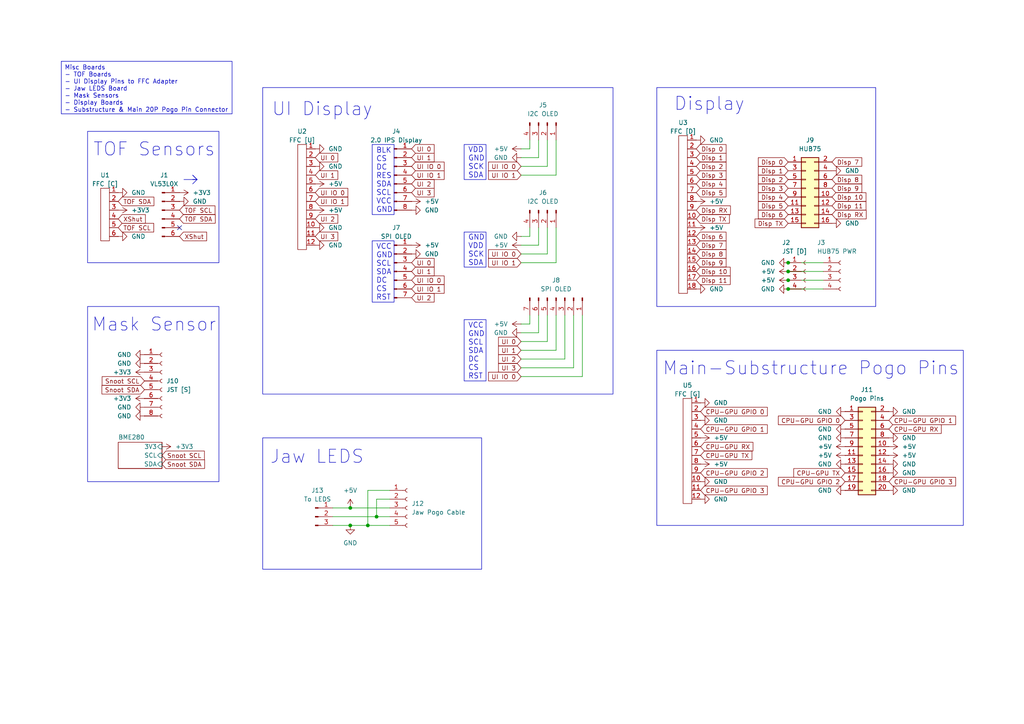
<source format=kicad_sch>
(kicad_sch (version 20231120) (generator "eeschema") (generator_version "8.0")
  (paper "A4")
  (lib_symbols
    (symbol "Connector:Conn_01x03_Pin" (pin_names (offset 1.016) hide)
      (property "Reference" "J" (at 0 5.08 0))
      (property "Value" "Conn_01x03_Pin" (at 0 -5.08 0))
      (symbol "Conn_01x03_Pin_1_1"
        (pin passive line (at 5.08 2.54 180) (length 3.81) (name "Pin_1") (number "1"))
        (pin passive line (at 5.08 0 180) (length 3.81) (name "Pin_2") (number "2"))
        (pin passive line (at 5.08 -2.54 180) (length 3.81) (name "Pin_3") (number "3"))
      )
    )
    (symbol "Connector:Conn_01x04_Pin" (pin_names (offset 1.016) hide)
      (property "Reference" "J" (at 0 5.08 0))
      (property "Value" "Conn_01x04_Pin" (at 0 -7.62 0))
      (symbol "Conn_01x04_Pin_1_1"
        (pin passive line (at 5.08 2.54 180) (length 3.81) (name "Pin_1") (number "1"))
        (pin passive line (at 5.08 0 180) (length 3.81) (name "Pin_2") (number "2"))
        (pin passive line (at 5.08 -2.54 180) (length 3.81) (name "Pin_3") (number "3"))
        (pin passive line (at 5.08 -5.08 180) (length 3.81) (name "Pin_4") (number "4"))
      )
    )
    (symbol "Connector:Conn_01x04_Socket" (pin_names (offset 1.016) hide)
      (property "Reference" "J" (at 0 5.08 0))
      (property "Value" "Conn_01x04_Socket" (at 0 -7.62 0))
      (symbol "Conn_01x04_Socket_1_1"
        (pin passive line (at -5.08 2.54 0) (length 3.81) (name "Pin_1") (number "1"))
        (pin passive line (at -5.08 0 0) (length 3.81) (name "Pin_2") (number "2"))
        (pin passive line (at -5.08 -2.54 0) (length 3.81) (name "Pin_3") (number "3"))
        (pin passive line (at -5.08 -5.08 0) (length 3.81) (name "Pin_4") (number "4"))
      )
    )
    (symbol "Connector:Conn_01x05_Socket" (pin_names (offset 1.016) hide)
      (property "Reference" "J" (at 0 7.62 0))
      (property "Value" "Conn_01x05_Socket" (at 0 -7.62 0))
      (symbol "Conn_01x05_Socket_1_1"
        (pin passive line (at -5.08 5.08 0) (length 3.81) (name "Pin_1") (number "1"))
        (pin passive line (at -5.08 2.54 0) (length 3.81) (name "Pin_2") (number "2"))
        (pin passive line (at -5.08 0 0) (length 3.81) (name "Pin_3") (number "3"))
        (pin passive line (at -5.08 -2.54 0) (length 3.81) (name "Pin_4") (number "4"))
        (pin passive line (at -5.08 -5.08 0) (length 3.81) (name "Pin_5") (number "5"))
      )
    )
    (symbol "Connector:Conn_01x06_Pin" (pin_names (offset 1.016) hide)
      (property "Reference" "J" (at 0 7.62 0))
      (property "Value" "Conn_01x06_Pin" (at 0 -10.16 0))
      (symbol "Conn_01x06_Pin_1_1"
        (pin passive line (at 5.08 5.08 180) (length 3.81) (name "Pin_1") (number "1"))
        (pin passive line (at 5.08 2.54 180) (length 3.81) (name "Pin_2") (number "2"))
        (pin passive line (at 5.08 0 180) (length 3.81) (name "Pin_3") (number "3"))
        (pin passive line (at 5.08 -2.54 180) (length 3.81) (name "Pin_4") (number "4"))
        (pin passive line (at 5.08 -5.08 180) (length 3.81) (name "Pin_5") (number "5"))
        (pin passive line (at 5.08 -7.62 180) (length 3.81) (name "Pin_6") (number "6"))
      )
    )
    (symbol "Connector:Conn_01x07_Pin" (pin_names (offset 1.016) hide)
      (property "Reference" "J" (at 0 10.16 0))
      (property "Value" "Conn_01x07_Pin" (at 0 -10.16 0))
      (symbol "Conn_01x07_Pin_1_1"
        (pin passive line (at 5.08 7.62 180) (length 3.81) (name "Pin_1") (number "1"))
        (pin passive line (at 5.08 5.08 180) (length 3.81) (name "Pin_2") (number "2"))
        (pin passive line (at 5.08 2.54 180) (length 3.81) (name "Pin_3") (number "3"))
        (pin passive line (at 5.08 0 180) (length 3.81) (name "Pin_4") (number "4"))
        (pin passive line (at 5.08 -2.54 180) (length 3.81) (name "Pin_5") (number "5"))
        (pin passive line (at 5.08 -5.08 180) (length 3.81) (name "Pin_6") (number "6"))
        (pin passive line (at 5.08 -7.62 180) (length 3.81) (name "Pin_7") (number "7"))
      )
    )
    (symbol "Connector:Conn_01x08_Pin" (pin_names (offset 1.016) hide)
      (property "Reference" "J" (at 0 10.16 0))
      (property "Value" "Conn_01x08_Pin" (at 0 -12.7 0))
      (symbol "Conn_01x08_Pin_1_1"
        (pin passive line (at 5.08 7.62 180) (length 3.81) (name "Pin_1") (number "1"))
        (pin passive line (at 5.08 5.08 180) (length 3.81) (name "Pin_2") (number "2"))
        (pin passive line (at 5.08 2.54 180) (length 3.81) (name "Pin_3") (number "3"))
        (pin passive line (at 5.08 0 180) (length 3.81) (name "Pin_4") (number "4"))
        (pin passive line (at 5.08 -2.54 180) (length 3.81) (name "Pin_5") (number "5"))
        (pin passive line (at 5.08 -5.08 180) (length 3.81) (name "Pin_6") (number "6"))
        (pin passive line (at 5.08 -7.62 180) (length 3.81) (name "Pin_7") (number "7"))
        (pin passive line (at 5.08 -10.16 180) (length 3.81) (name "Pin_8") (number "8"))
      )
    )
    (symbol "Connector:Conn_01x08_Socket" (pin_names (offset 1.016) hide)
      (property "Reference" "J" (at 0 10.16 0))
      (property "Value" "Conn_01x08_Socket" (at 0 -12.7 0))
      (symbol "Conn_01x08_Socket_1_1"
        (pin passive line (at -5.08 7.62 0) (length 3.81) (name "Pin_1") (number "1"))
        (pin passive line (at -5.08 5.08 0) (length 3.81) (name "Pin_2") (number "2"))
        (pin passive line (at -5.08 2.54 0) (length 3.81) (name "Pin_3") (number "3"))
        (pin passive line (at -5.08 0 0) (length 3.81) (name "Pin_4") (number "4"))
        (pin passive line (at -5.08 -2.54 0) (length 3.81) (name "Pin_5") (number "5"))
        (pin passive line (at -5.08 -5.08 0) (length 3.81) (name "Pin_6") (number "6"))
        (pin passive line (at -5.08 -7.62 0) (length 3.81) (name "Pin_7") (number "7"))
        (pin passive line (at -5.08 -10.16 0) (length 3.81) (name "Pin_8") (number "8"))
      )
    )
    (symbol "Connector_Generic:Conn_02x08_Odd_Even" (pin_names (offset 1.016) hide)
      (property "Reference" "J" (at 1.27 10.16 0))
      (property "Value" "Conn_02x08_Odd_Even" (at 1.27 -12.7 0))
      (symbol "Conn_02x08_Odd_Even_1_1"
        (pin passive line (at -5.08 7.62 0) (length 3.81) (name "Pin_1") (number "1"))
        (pin passive line (at 7.62 -2.54 180) (length 3.81) (name "Pin_10") (number "10"))
        (pin passive line (at -5.08 -5.08 0) (length 3.81) (name "Pin_11") (number "11"))
        (pin passive line (at 7.62 -5.08 180) (length 3.81) (name "Pin_12") (number "12"))
        (pin passive line (at -5.08 -7.62 0) (length 3.81) (name "Pin_13") (number "13"))
        (pin passive line (at 7.62 -7.62 180) (length 3.81) (name "Pin_14") (number "14"))
        (pin passive line (at -5.08 -10.16 0) (length 3.81) (name "Pin_15") (number "15"))
        (pin passive line (at 7.62 -10.16 180) (length 3.81) (name "Pin_16") (number "16"))
        (pin passive line (at 7.62 7.62 180) (length 3.81) (name "Pin_2") (number "2"))
        (pin passive line (at -5.08 5.08 0) (length 3.81) (name "Pin_3") (number "3"))
        (pin passive line (at 7.62 5.08 180) (length 3.81) (name "Pin_4") (number "4"))
        (pin passive line (at -5.08 2.54 0) (length 3.81) (name "Pin_5") (number "5"))
        (pin passive line (at 7.62 2.54 180) (length 3.81) (name "Pin_6") (number "6"))
        (pin passive line (at -5.08 0 0) (length 3.81) (name "Pin_7") (number "7"))
        (pin passive line (at 7.62 0 180) (length 3.81) (name "Pin_8") (number "8"))
        (pin passive line (at -5.08 -2.54 0) (length 3.81) (name "Pin_9") (number "9"))
      )
    )
    (symbol "Connector_Generic:Conn_02x10_Odd_Even" (pin_names (offset 1.016) hide)
      (property "Reference" "J" (at 1.27 12.7 0))
      (property "Value" "Conn_02x10_Odd_Even" (at 1.27 -15.24 0))
      (symbol "Conn_02x10_Odd_Even_1_1"
        (pin passive line (at -5.08 10.16 0) (length 3.81) (name "Pin_1") (number "1"))
        (pin passive line (at 7.62 0 180) (length 3.81) (name "Pin_10") (number "10"))
        (pin passive line (at -5.08 -2.54 0) (length 3.81) (name "Pin_11") (number "11"))
        (pin passive line (at 7.62 -2.54 180) (length 3.81) (name "Pin_12") (number "12"))
        (pin passive line (at -5.08 -5.08 0) (length 3.81) (name "Pin_13") (number "13"))
        (pin passive line (at 7.62 -5.08 180) (length 3.81) (name "Pin_14") (number "14"))
        (pin passive line (at -5.08 -7.62 0) (length 3.81) (name "Pin_15") (number "15"))
        (pin passive line (at 7.62 -7.62 180) (length 3.81) (name "Pin_16") (number "16"))
        (pin passive line (at -5.08 -10.16 0) (length 3.81) (name "Pin_17") (number "17"))
        (pin passive line (at 7.62 -10.16 180) (length 3.81) (name "Pin_18") (number "18"))
        (pin passive line (at -5.08 -12.7 0) (length 3.81) (name "Pin_19") (number "19"))
        (pin passive line (at 7.62 10.16 180) (length 3.81) (name "Pin_2") (number "2"))
        (pin passive line (at 7.62 -12.7 180) (length 3.81) (name "Pin_20") (number "20"))
        (pin passive line (at -5.08 7.62 0) (length 3.81) (name "Pin_3") (number "3"))
        (pin passive line (at 7.62 7.62 180) (length 3.81) (name "Pin_4") (number "4"))
        (pin passive line (at -5.08 5.08 0) (length 3.81) (name "Pin_5") (number "5"))
        (pin passive line (at 7.62 5.08 180) (length 3.81) (name "Pin_6") (number "6"))
        (pin passive line (at -5.08 2.54 0) (length 3.81) (name "Pin_7") (number "7"))
        (pin passive line (at 7.62 2.54 180) (length 3.81) (name "Pin_8") (number "8"))
        (pin passive line (at -5.08 0 0) (length 3.81) (name "Pin_9") (number "9"))
      )
    )
    (symbol "FCC_Connector:FFC_12P"
      (property "Reference" "U" (at 0 16.764 0))
      (symbol "FFC_12P_1_1"
        (pin input line (at 3.81 13.97 180) (length 2.54) (name "") (number "1"))
        (pin input line (at 3.81 -8.89 180) (length 2.54) (name "") (number "10"))
        (pin input line (at 3.81 -11.43 180) (length 2.54) (name "") (number "11"))
        (pin input line (at 3.81 -13.97 180) (length 2.54) (name "") (number "12"))
        (pin input line (at 3.81 11.43 180) (length 2.54) (name "") (number "2"))
        (pin input line (at 3.81 8.89 180) (length 2.54) (name "") (number "3"))
        (pin input line (at 3.81 6.35 180) (length 2.54) (name "") (number "4"))
        (pin input line (at 3.81 3.81 180) (length 2.54) (name "") (number "5"))
        (pin input line (at 3.81 1.27 180) (length 2.54) (name "") (number "6"))
        (pin input line (at 3.81 -1.27 180) (length 2.54) (name "") (number "7"))
        (pin input line (at 3.81 -3.81 180) (length 2.54) (name "") (number "8"))
        (pin input line (at 3.81 -6.35 180) (length 2.54) (name "") (number "9"))
      )
    )
    (symbol "FCC_Connector:FFC_18P"
      (property "Reference" "U" (at 0 24.384 0))
      (symbol "FFC_18P_1_1"
        (pin input line (at 3.81 21.59 180) (length 2.54) (name "") (number "1"))
        (pin input line (at 3.81 -1.27 180) (length 2.54) (name "") (number "10"))
        (pin input line (at 3.81 -3.81 180) (length 2.54) (name "") (number "11"))
        (pin input line (at 3.81 -6.35 180) (length 2.54) (name "") (number "12"))
        (pin input line (at 3.81 -8.89 180) (length 2.54) (name "") (number "13"))
        (pin input line (at 3.81 -11.43 180) (length 2.54) (name "") (number "14"))
        (pin input line (at 3.81 -13.97 180) (length 2.54) (name "") (number "15"))
        (pin input line (at 3.81 -16.51 180) (length 2.54) (name "") (number "16"))
        (pin input line (at 3.81 -19.05 180) (length 2.54) (name "") (number "17"))
        (pin input line (at 3.81 -21.59 180) (length 2.54) (name "") (number "18"))
        (pin input line (at 3.81 19.05 180) (length 2.54) (name "") (number "2"))
        (pin input line (at 3.81 16.51 180) (length 2.54) (name "") (number "3"))
        (pin input line (at 3.81 13.97 180) (length 2.54) (name "") (number "4"))
        (pin input line (at 3.81 11.43 180) (length 2.54) (name "") (number "5"))
        (pin input line (at 3.81 8.89 180) (length 2.54) (name "") (number "6"))
        (pin input line (at 3.81 6.35 180) (length 2.54) (name "") (number "7"))
        (pin input line (at 3.81 3.81 180) (length 2.54) (name "") (number "8"))
        (pin input line (at 3.81 1.27 180) (length 2.54) (name "") (number "9"))
      )
    )
    (symbol "FCC_Connector:FFC_6P"
      (property "Reference" "U" (at 0 9.398 0))
      (symbol "FFC_6P_1_1"
        (pin input line (at 3.81 6.35 180) (length 2.54) (name "") (number "1"))
        (pin input line (at 3.81 3.81 180) (length 2.54) (name "") (number "2"))
        (pin input line (at 3.81 1.27 180) (length 2.54) (name "") (number "3"))
        (pin input line (at 3.81 -1.27 180) (length 2.54) (name "") (number "4"))
        (pin input line (at 3.81 -3.81 180) (length 2.54) (name "") (number "5"))
        (pin input line (at 3.81 -6.35 180) (length 2.54) (name "") (number "6"))
      )
    )
    (symbol "power:+3V3" (power) (pin_numbers hide) (pin_names (offset 0) hide)
      (property "Value" "+3V3" (at 0 3.556 0))
      (symbol "+3V3_1_1"
        (pin power_in line (at 0 0 90) (length 0) (name "~") (number "1"))
      )
    )
    (symbol "power:+5V" (power) (pin_numbers hide) (pin_names (offset 0) hide)
      (property "Value" "+5V" (at 0 3.556 0))
      (symbol "+5V_1_1"
        (pin power_in line (at 0 0 90) (length 0) (name "~") (number "1"))
      )
    )
    (symbol "power:GND" (power) (pin_numbers hide) (pin_names (offset 0) hide)
      (property "Value" "GND" (at 0 -3.81 0))
      (symbol "GND_1_1"
        (pin power_in line (at 0 0 270) (length 0) (name "~") (number "1"))
      )
    )
  )
  (junction (at 228.6 78.74))
  (junction (at 101.6 147.32))
  (junction (at 228.6 76.2))
  (junction (at 101.6 152.4))
  (junction (at 106.68 152.4))
  (junction (at 228.6 81.28))
  (junction (at 109.22 149.86))
  (junction (at 228.6 83.82))
  (no_connect (at 52.07 66.04))
  (wire (pts (xy 151.13 73.66) (xy 158.75 73.66)))
  (wire (pts (xy 101.6 152.4) (xy 106.68 152.4)))
  (wire (pts (xy 161.29 76.2) (xy 161.29 66.04)))
  (wire (pts (xy 151.13 109.22) (xy 168.91 109.22)))
  (wire (pts (xy 153.67 43.18) (xy 153.67 40.64)))
  (wire (pts (xy 101.6 147.32) (xy 113.03 147.32)))
  (wire (pts (xy 151.13 101.6) (xy 161.29 101.6)))
  (wire (pts (xy 151.13 68.58) (xy 153.67 68.58)))
  (wire (pts (xy 156.21 71.12) (xy 156.21 66.04)))
  (wire (pts (xy 158.75 99.06) (xy 158.75 91.44)))
  (wire (pts (xy 151.13 50.8) (xy 161.29 50.8)))
  (wire (pts (xy 151.13 96.52) (xy 156.21 96.52)))
  (wire (pts (xy 156.21 45.72) (xy 156.21 40.64)))
  (wire (pts (xy 96.52 149.86) (xy 109.22 149.86)))
  (wire (pts (xy 151.13 76.2) (xy 161.29 76.2)))
  (wire (pts (xy 151.13 48.26) (xy 158.75 48.26)))
  (wire (pts (xy 113.03 142.24) (xy 106.68 142.24)))
  (wire (pts (xy 228.6 83.82) (xy 238.76 83.82)))
  (wire (pts (xy 109.22 149.86) (xy 113.03 149.86)))
  (wire (pts (xy 106.68 142.24) (xy 106.68 152.4)))
  (wire (pts (xy 161.29 101.6) (xy 161.29 91.44)))
  (wire (pts (xy 156.21 96.52) (xy 156.21 91.44)))
  (wire (pts (xy 158.75 73.66) (xy 158.75 66.04)))
  (wire (pts (xy 153.67 93.98) (xy 151.13 93.98)))
  (wire (pts (xy 163.83 104.14) (xy 163.83 91.44)))
  (wire (pts (xy 151.13 99.06) (xy 158.75 99.06)))
  (wire (pts (xy 96.52 147.32) (xy 101.6 147.32)))
  (wire (pts (xy 109.22 144.78) (xy 109.22 149.86)))
  (wire (pts (xy 96.52 152.4) (xy 101.6 152.4)))
  (wire (pts (xy 228.6 76.2) (xy 238.76 76.2)))
  (wire (pts (xy 158.75 48.26) (xy 158.75 40.64)))
  (polyline (pts (xy 55.88 52.07) (xy 57.15 52.07)))
  (wire (pts (xy 151.13 71.12) (xy 156.21 71.12)))
  (wire (pts (xy 113.03 144.78) (xy 109.22 144.78)))
  (wire (pts (xy 151.13 43.18) (xy 153.67 43.18)))
  (wire (pts (xy 151.13 106.68) (xy 166.37 106.68)))
  (wire (pts (xy 153.67 68.58) (xy 153.67 66.04)))
  (polyline (pts (xy 55.88 50.8) (xy 57.15 52.07)))
  (polyline (pts (xy 55.88 50.8) (xy 57.15 52.07)))
  (wire (pts (xy 106.68 152.4) (xy 113.03 152.4)))
  (wire (pts (xy 228.6 78.74) (xy 238.76 78.74)))
  (wire (pts (xy 151.13 104.14) (xy 163.83 104.14)))
  (wire (pts (xy 151.13 45.72) (xy 156.21 45.72)))
  (wire (pts (xy 166.37 106.68) (xy 166.37 91.44)))
  (wire (pts (xy 168.91 109.22) (xy 168.91 91.44)))
  (wire (pts (xy 228.6 81.28) (xy 238.76 81.28)))
  (wire (pts (xy 161.29 50.8) (xy 161.29 40.64)))
  (polyline (pts (xy 53.34 52.07) (xy 57.15 52.07)))
  (polyline (pts (xy 55.88 53.34) (xy 57.15 52.07)))
  (wire (pts (xy 153.67 91.44) (xy 153.67 93.98)))
  (rectangle (start 76.2 127) (end 139.7 165.1))
  (rectangle (start 76.2 25.4) (end 177.8 114.3))
  (rectangle (start 25.4 38.1) (end 63.5 76.2))
  (rectangle (start 190.5 25.4) (end 254 88.9))
  (rectangle (start 25.4 88.9) (end 63.5 139.7))
  (rectangle (start 190.5 101.6) (end 279.4 152.4))
  (text_box "VDD\nGND\nSCK\nSDA" (at 134.62 41.91 0) (size 6.35 10.16) (effects (font (size 1.524 1.524)) (justify left)))
  (text_box "VCC\nGND\nSCL\nSDA\nDC\nCS\nRST" (at 134.62 92.71 0) (size 6.35 17.78) (effects (font (size 1.524 1.524)) (justify left)))
  (text_box "VCC\nGND\nSCL\nSDA\nDC\nCS\nRST" (at 107.95 69.85 0) (size 6.35 17.78) (effects (font (size 1.524 1.524)) (justify left)))
  (text_box "BLK\nCS\nDC\nRES\nSDA\nSCL\nVCC\nGND" (at 107.95 41.91 0) (size 6.35 20.32) (effects (font (size 1.524 1.524)) (justify left)))
  (text_box "GND\nVDD\nSCK\nSDA" (at 134.62 67.31 0) (size 6.35 10.16) (effects (font (size 1.524 1.524)) (justify left)))
  (text_box "Misc Boards\n- TOF Boards\n- UI Display Pins to FFC Adapter\n- Jaw LEDS Board\n- Mask Sensors\n- Display Boards\n- Substructure & Main 20P Pogo Pin Connector" (at 17.78 17.78 0) (size 49.53 15.24) (effects (font (size 1.27 1.27)) (justify left top)))
  (text "Display" (at 205.74 30.226 0) (effects (font (size 3.81 3.81))))
  (text "Main-Substructure Pogo Pins" (at 235.204 106.934 0) (effects (font (size 3.81 3.81))))
  (text "UI Display" (at 93.472 31.75 0) (effects (font (size 3.81 3.81))))
  (text "TOF Sensors" (at 44.704 43.434 0) (effects (font (size 3.81 3.81))))
  (text "Mask Sensor" (at 44.704 94.234 0) (effects (font (size 3.81 3.81))))
  (text "Jaw LEDS" (at 91.948 132.588 0) (effects (font (size 3.81 3.81))))
  (global_label "Snoot SCL" (shape input) (at 46.99 132.08 0) (property "Intersheetrefs" "${INTERSHEET_REFS}" (effects (hide yes))))
  (global_label "Disp 10" (shape input) (at 201.93 78.74 0) (property "Intersheetrefs" "${INTERSHEET_REFS}" (effects (hide yes))))
  (global_label "Disp 1" (shape input) (at 228.6 49.53 180) (property "Intersheetrefs" "${INTERSHEET_REFS}" (effects (hide yes))))
  (global_label "UI IO 0" (shape input) (at 151.13 73.66 180) (property "Intersheetrefs" "${INTERSHEET_REFS}" (effects (hide yes))))
  (global_label "UI 1" (shape input) (at 91.44 50.8 0) (property "Intersheetrefs" "${INTERSHEET_REFS}" (effects (hide yes))))
  (global_label "Disp 10" (shape input) (at 241.3 57.15 0) (property "Intersheetrefs" "${INTERSHEET_REFS}" (effects (hide yes))))
  (global_label "Disp 3" (shape input) (at 228.6 54.61 180) (property "Intersheetrefs" "${INTERSHEET_REFS}" (effects (hide yes))))
  (global_label "Disp 5" (shape input) (at 201.93 55.88 0) (property "Intersheetrefs" "${INTERSHEET_REFS}" (effects (hide yes))))
  (global_label "CPU-GPU GPIO 2" (shape input) (at 245.11 139.7 180) (property "Intersheetrefs" "${INTERSHEET_REFS}" (effects (hide yes))))
  (global_label "UI 2" (shape input) (at 91.44 63.5 0) (property "Intersheetrefs" "${INTERSHEET_REFS}" (effects (hide yes))))
  (global_label "XShut" (shape input) (at 34.29 63.5 0) (property "Intersheetrefs" "${INTERSHEET_REFS}" (effects (hide yes))))
  (global_label "Snoot SDA" (shape input) (at 41.91 113.03 180) (property "Intersheetrefs" "${INTERSHEET_REFS}" (effects (hide yes))))
  (global_label "Disp 4" (shape input) (at 228.6 57.15 180) (property "Intersheetrefs" "${INTERSHEET_REFS}" (effects (hide yes))))
  (global_label "UI IO 0" (shape input) (at 151.13 48.26 180) (property "Intersheetrefs" "${INTERSHEET_REFS}" (effects (hide yes))))
  (global_label "Disp 1" (shape input) (at 201.93 45.72 0) (property "Intersheetrefs" "${INTERSHEET_REFS}" (effects (hide yes))))
  (global_label "Disp 0" (shape input) (at 228.6 46.99 180) (property "Intersheetrefs" "${INTERSHEET_REFS}" (effects (hide yes))))
  (global_label "CPU-GPU GPIO 0" (shape input) (at 203.2 119.38 0) (property "Intersheetrefs" "${INTERSHEET_REFS}" (effects (hide yes))))
  (global_label "UI IO 0" (shape input) (at 119.38 81.28 0) (property "Intersheetrefs" "${INTERSHEET_REFS}" (effects (hide yes))))
  (global_label "CPU-GPU TX" (shape input) (at 245.11 137.16 180) (property "Intersheetrefs" "${INTERSHEET_REFS}" (effects (hide yes))))
  (global_label "XShut" (shape input) (at 52.07 68.58 0) (property "Intersheetrefs" "${INTERSHEET_REFS}" (effects (hide yes))))
  (global_label "Disp 5" (shape input) (at 228.6 59.69 180) (property "Intersheetrefs" "${INTERSHEET_REFS}" (effects (hide yes))))
  (global_label "UI IO 1" (shape input) (at 119.38 50.8 0) (property "Intersheetrefs" "${INTERSHEET_REFS}" (effects (hide yes))))
  (global_label "UI 3" (shape input) (at 119.38 55.88 0) (property "Intersheetrefs" "${INTERSHEET_REFS}" (effects (hide yes))))
  (global_label "UI 1" (shape input) (at 119.38 45.72 0) (property "Intersheetrefs" "${INTERSHEET_REFS}" (effects (hide yes))))
  (global_label "UI 3" (shape input) (at 151.13 106.68 180) (property "Intersheetrefs" "${INTERSHEET_REFS}" (effects (hide yes))))
  (global_label "Disp 11" (shape input) (at 241.3 59.69 0) (property "Intersheetrefs" "${INTERSHEET_REFS}" (effects (hide yes))))
  (global_label "Disp 6" (shape input) (at 228.6 62.23 180) (property "Intersheetrefs" "${INTERSHEET_REFS}" (effects (hide yes))))
  (global_label "UI 0" (shape input) (at 151.13 99.06 180) (property "Intersheetrefs" "${INTERSHEET_REFS}" (effects (hide yes))))
  (global_label "UI 1" (shape input) (at 119.38 78.74 0) (property "Intersheetrefs" "${INTERSHEET_REFS}" (effects (hide yes))))
  (global_label "Snoot SCL" (shape input) (at 41.91 110.49 180) (property "Intersheetrefs" "${INTERSHEET_REFS}" (effects (hide yes))))
  (global_label "CPU-GPU GPIO 0" (shape input) (at 245.11 121.92 180) (property "Intersheetrefs" "${INTERSHEET_REFS}" (effects (hide yes))))
  (global_label "CPU-GPU GPIO 1" (shape input) (at 203.2 124.46 0) (property "Intersheetrefs" "${INTERSHEET_REFS}" (effects (hide yes))))
  (global_label "Disp 7" (shape input) (at 201.93 71.12 0) (property "Intersheetrefs" "${INTERSHEET_REFS}" (effects (hide yes))))
  (global_label "Disp 11" (shape input) (at 201.93 81.28 0) (property "Intersheetrefs" "${INTERSHEET_REFS}" (effects (hide yes))))
  (global_label "CPU-GPU TX" (shape input) (at 203.2 132.08 0) (property "Intersheetrefs" "${INTERSHEET_REFS}" (effects (hide yes))))
  (global_label "UI 2" (shape input) (at 119.38 53.34 0) (property "Intersheetrefs" "${INTERSHEET_REFS}" (effects (hide yes))))
  (global_label "UI 2" (shape input) (at 119.38 86.36 0) (property "Intersheetrefs" "${INTERSHEET_REFS}" (effects (hide yes))))
  (global_label "CPU-GPU GPIO 1" (shape input) (at 257.81 121.92 0) (property "Intersheetrefs" "${INTERSHEET_REFS}" (effects (hide yes))))
  (global_label "Snoot SDA" (shape input) (at 46.99 134.62 0) (property "Intersheetrefs" "${INTERSHEET_REFS}" (effects (hide yes))))
  (global_label "Disp 9" (shape input) (at 241.3 54.61 0) (property "Intersheetrefs" "${INTERSHEET_REFS}" (effects (hide yes))))
  (global_label "UI IO 0" (shape input) (at 91.44 55.88 0) (property "Intersheetrefs" "${INTERSHEET_REFS}" (effects (hide yes))))
  (global_label "CPU-GPU GPIO 3" (shape input) (at 203.2 142.24 0) (property "Intersheetrefs" "${INTERSHEET_REFS}" (effects (hide yes))))
  (global_label "UI 2" (shape input) (at 151.13 104.14 180) (property "Intersheetrefs" "${INTERSHEET_REFS}" (effects (hide yes))))
  (global_label "Disp 0" (shape input) (at 201.93 43.18 0) (property "Intersheetrefs" "${INTERSHEET_REFS}" (effects (hide yes))))
  (global_label "TOF SDA" (shape input) (at 34.29 58.42 0) (property "Intersheetrefs" "${INTERSHEET_REFS}" (effects (hide yes))))
  (global_label "UI IO 1" (shape input) (at 119.38 83.82 0) (property "Intersheetrefs" "${INTERSHEET_REFS}" (effects (hide yes))))
  (global_label "Disp 6" (shape input) (at 201.93 68.58 0) (property "Intersheetrefs" "${INTERSHEET_REFS}" (effects (hide yes))))
  (global_label "Disp 2" (shape input) (at 228.6 52.07 180) (property "Intersheetrefs" "${INTERSHEET_REFS}" (effects (hide yes))))
  (global_label "UI IO 1" (shape input) (at 151.13 76.2 180) (property "Intersheetrefs" "${INTERSHEET_REFS}" (effects (hide yes))))
  (global_label "UI IO 0" (shape input) (at 151.13 109.22 180) (property "Intersheetrefs" "${INTERSHEET_REFS}" (effects (hide yes))))
  (global_label "Disp TX" (shape input) (at 201.93 63.5 0) (property "Intersheetrefs" "${INTERSHEET_REFS}" (effects (hide yes))))
  (global_label "TOF SDA" (shape input) (at 52.07 63.5 0) (property "Intersheetrefs" "${INTERSHEET_REFS}" (effects (hide yes))))
  (global_label "CPU-GPU GPIO 2" (shape input) (at 203.2 137.16 0) (property "Intersheetrefs" "${INTERSHEET_REFS}" (effects (hide yes))))
  (global_label "Disp 7" (shape input) (at 241.3 46.99 0) (property "Intersheetrefs" "${INTERSHEET_REFS}" (effects (hide yes))))
  (global_label "UI 0" (shape input) (at 119.38 76.2 0) (property "Intersheetrefs" "${INTERSHEET_REFS}" (effects (hide yes))))
  (global_label "Disp 8" (shape input) (at 241.3 52.07 0) (property "Intersheetrefs" "${INTERSHEET_REFS}" (effects (hide yes))))
  (global_label "UI 0" (shape input) (at 119.38 43.18 0) (property "Intersheetrefs" "${INTERSHEET_REFS}" (effects (hide yes))))
  (global_label "Disp RX" (shape input) (at 241.3 62.23 0) (property "Intersheetrefs" "${INTERSHEET_REFS}" (effects (hide yes))))
  (global_label "CPU-GPU RX" (shape input) (at 203.2 129.54 0) (property "Intersheetrefs" "${INTERSHEET_REFS}" (effects (hide yes))))
  (global_label "TOF SCL" (shape input) (at 34.29 66.04 0) (property "Intersheetrefs" "${INTERSHEET_REFS}" (effects (hide yes))))
  (global_label "Disp TX" (shape input) (at 228.6 64.77 180) (property "Intersheetrefs" "${INTERSHEET_REFS}" (effects (hide yes))))
  (global_label "UI IO 1" (shape input) (at 151.13 50.8 180) (property "Intersheetrefs" "${INTERSHEET_REFS}" (effects (hide yes))))
  (global_label "Disp 8" (shape input) (at 201.93 73.66 0) (property "Intersheetrefs" "${INTERSHEET_REFS}" (effects (hide yes))))
  (global_label "Disp 4" (shape input) (at 201.93 53.34 0) (property "Intersheetrefs" "${INTERSHEET_REFS}" (effects (hide yes))))
  (global_label "UI 1" (shape input) (at 151.13 101.6 180) (property "Intersheetrefs" "${INTERSHEET_REFS}" (effects (hide yes))))
  (global_label "Disp 9" (shape input) (at 201.93 76.2 0) (property "Intersheetrefs" "${INTERSHEET_REFS}" (effects (hide yes))))
  (global_label "CPU-GPU RX" (shape input) (at 257.81 124.46 0) (property "Intersheetrefs" "${INTERSHEET_REFS}" (effects (hide yes))))
  (global_label "Disp RX" (shape input) (at 201.93 60.96 0) (property "Intersheetrefs" "${INTERSHEET_REFS}" (effects (hide yes))))
  (global_label "UI IO 1" (shape input) (at 91.44 58.42 0) (property "Intersheetrefs" "${INTERSHEET_REFS}" (effects (hide yes))))
  (global_label "Disp 2" (shape input) (at 201.93 48.26 0) (property "Intersheetrefs" "${INTERSHEET_REFS}" (effects (hide yes))))
  (global_label "UI IO 0" (shape input) (at 119.38 48.26 0) (property "Intersheetrefs" "${INTERSHEET_REFS}" (effects (hide yes))))
  (global_label "Disp 3" (shape input) (at 201.93 50.8 0) (property "Intersheetrefs" "${INTERSHEET_REFS}" (effects (hide yes))))
  (global_label "CPU-GPU GPIO 3" (shape input) (at 257.81 139.7 0) (property "Intersheetrefs" "${INTERSHEET_REFS}" (effects (hide yes))))
  (global_label "TOF SCL" (shape input) (at 52.07 60.96 0) (property "Intersheetrefs" "${INTERSHEET_REFS}" (effects (hide yes))))
  (global_label "UI 0" (shape input) (at 91.44 45.72 0) (property "Intersheetrefs" "${INTERSHEET_REFS}" (effects (hide yes))))
  (global_label "UI 3" (shape input) (at 91.44 68.58 0) (property "Intersheetrefs" "${INTERSHEET_REFS}" (effects (hide yes))))
  (symbol (lib_id "power:GND") (at 34.29 55.88 90) (unit 1)
    (property "Reference" "#PWR01" (effects (hide yes)))
    (property "Value" "GND" (at 38.1 55.8799 90) (effects (justify right)))
    (property "Description" "Power symbol creates a global label with name \"GND\" , ground" (effects (hide yes)))
  )
  (symbol (lib_id "power:GND") (at 41.91 120.65 270) (unit 1)
    (property "Reference" "#PWR037" (effects (hide yes)))
    (property "Value" "GND" (at 38.1 120.6499 90) (effects (justify right)))
    (property "Description" "Power symbol creates a global label with name \"GND\" , ground" (effects (hide yes)))
  )
  (symbol (lib_id "power:+3V3") (at 41.91 107.95 90) (unit 1)
    (property "Reference" "#PWR034" (effects (hide yes)))
    (property "Value" "+3V3" (at 38.1 107.9499 90) (effects (justify left)))
    (property "Description" "Power symbol creates a global label with name \"+3V3\"" (effects (hide yes)))
  )
  (symbol (lib_id "power:GND") (at 91.44 43.18 90) (unit 1)
    (property "Reference" "#PWR06" (effects (hide yes)))
    (property "Value" "GND" (at 95.25 43.1799 90) (effects (justify right)))
    (property "Description" "Power symbol creates a global label with name \"GND\" , ground" (effects (hide yes)))
  )
  (symbol (lib_id "power:GND") (at 241.3 49.53 90) (unit 1)
    (property "Reference" "#PWR030" (effects (hide yes)))
    (property "Value" "GND" (at 245.11 49.5299 90) (effects (justify right)))
    (property "Description" "Power symbol creates a global label with name \"GND\" , ground" (effects (hide yes)))
  )
  (symbol (lib_id "power:GND") (at 228.6 83.82 270) (unit 1)
    (property "Reference" "#PWR015" (effects (hide yes)))
    (property "Value" "GND" (at 224.79 83.8199 90) (effects (justify right)))
    (property "Description" "Power symbol creates a global label with name \"GND\" , ground" (effects (hide yes)))
  )
  (symbol (lib_id "power:+5V") (at 203.2 127 270) (unit 1)
    (property "Reference" "#PWR060" (effects (hide yes)))
    (property "Value" "+5V" (at 207.01 126.9999 90) (effects (justify left)))
    (property "Description" "Power symbol creates a global label with name \"+5V\"" (effects (hide yes)))
  )
  (symbol (lib_id "power:GND") (at 245.11 124.46 270) (unit 1)
    (property "Reference" "#PWR053" (effects (hide yes)))
    (property "Value" "GND" (at 241.3 124.4599 90) (effects (justify right)))
    (property "Description" "Power symbol creates a global label with name \"GND\" , ground" (effects (hide yes)))
  )
  (symbol (lib_id "power:GND") (at 257.81 142.24 90) (unit 1)
    (property "Reference" "#PWR049" (effects (hide yes)))
    (property "Value" "GND" (at 261.62 142.2399 90) (effects (justify right)))
    (property "Description" "Power symbol creates a global label with name \"GND\" , ground" (effects (hide yes)))
  )
  (symbol (lib_id "power:+5V") (at 228.6 78.74 90) (unit 1)
    (property "Reference" "#PWR013" (effects (hide yes)))
    (property "Value" "+5V" (at 224.79 78.7399 90) (effects (justify left)))
    (property "Description" "Power symbol creates a global label with name \"+5V\"" (effects (hide yes)))
  )
  (symbol (lib_id "Connector:Conn_01x04_Pin") (at 158.75 35.56 270) (unit 1)
    (property "Reference" "J5" (at 157.48 30.48 90))
    (property "Value" "I2C OLED" (at 157.48 33.02 90))
    (property "Description" "Generic connector, single row, 01x04, script generated" (effects (hide yes)))
  )
  (symbol (lib_id "power:GND") (at 241.3 64.77 90) (unit 1)
    (property "Reference" "#PWR031" (effects (hide yes)))
    (property "Value" "GND" (at 245.11 64.7699 90) (effects (justify right)))
    (property "Description" "Power symbol creates a global label with name \"GND\" , ground" (effects (hide yes)))
  )
  (symbol (lib_id "power:+5V") (at 151.13 43.18 90) (unit 1)
    (property "Reference" "#PWR022" (effects (hide yes)))
    (property "Value" "+5V" (at 147.32 43.1801 90) (effects (justify left)))
    (property "Description" "Power symbol creates a global label with name \"+5V\"" (effects (hide yes)))
  )
  (symbol (lib_id "power:GND") (at 101.6 152.4 0) (unit 1)
    (property "Reference" "#PWR064" (effects (hide yes)))
    (property "Value" "GND" (at 101.6 157.48 0))
    (property "Description" "Power symbol creates a global label with name \"GND\" , ground" (effects (hide yes)))
  )
  (symbol (lib_id "power:+3V3") (at 34.29 60.96 270) (unit 1)
    (property "Reference" "#PWR02" (effects (hide yes)))
    (property "Value" "+3V3" (at 38.1 60.9599 90) (effects (justify left)))
    (property "Description" "Power symbol creates a global label with name \"+3V3\"" (effects (hide yes)))
  )
  (symbol (lib_id "power:GND") (at 257.81 134.62 90) (unit 1)
    (property "Reference" "#PWR050" (effects (hide yes)))
    (property "Value" "GND" (at 261.62 134.6199 90) (effects (justify right)))
    (property "Description" "Power symbol creates a global label with name \"GND\" , ground" (effects (hide yes)))
  )
  (symbol (lib_id "Connector_Generic:Conn_02x08_Odd_Even") (at 233.68 54.61 0) (unit 1)
    (property "Reference" "J9" (at 234.95 40.64 0))
    (property "Value" "HUB75" (at 234.95 43.18 0))
    (property "Description" "Generic connector, double row, 02x08, odd/even pin numbering scheme (row 1 odd numbers, row 2 even numbers), script generated (kicad-library-utils/schlib/autogen/connector/)" (effects (hide yes)))
  )
  (symbol (lib_id "Connector:Conn_01x06_Pin") (at 46.99 60.96 0) (unit 1)
    (property "Reference" "J1" (at 47.625 50.8 0))
    (property "Value" "VL53L0X" (at 47.625 53.34 0))
    (property "Footprint" "Connector_PinHeader_2.54mm:PinHeader_1x06_P2.54mm_Vertical" (effects (hide yes)))
    (property "Description" "Generic connector, single row, 01x06, script generated" (effects (hide yes)))
  )
  (symbol (lib_id "power:+5V") (at 151.13 71.12 90) (unit 1)
    (property "Reference" "#PWR024" (effects (hide yes)))
    (property "Value" "+5V" (at 147.32 71.1201 90) (effects (justify left)))
    (property "Description" "Power symbol creates a global label with name \"+5V\"" (effects (hide yes)))
  )
  (symbol (lib_id "power:GND") (at 151.13 45.72 270) (unit 1)
    (property "Reference" "#PWR023" (effects (hide yes)))
    (property "Value" "GND" (at 147.32 45.7201 90) (effects (justify right)))
    (property "Description" "Power symbol creates a global label with name \"GND\" , ground" (effects (hide yes)))
  )
  (symbol (lib_id "Connector_Generic:Conn_02x10_Odd_Even") (at 250.19 129.54 0) (unit 1)
    (property "Reference" "J11" (at 251.46 113.03 0))
    (property "Value" "Pogo Pins" (at 251.46 115.57 0))
    (property "Footprint" "Connector_Pogo Pins:2.2mm 20P" (effects (hide yes)))
    (property "Description" "Generic connector, double row, 02x10, odd/even pin numbering scheme (row 1 odd numbers, row 2 even numbers), script generated (kicad-library-utils/schlib/autogen/connector/)" (effects (hide yes)))
  )
  (symbol (lib_id "power:GND") (at 245.11 119.38 270) (unit 1)
    (property "Reference" "#PWR044" (effects (hide yes)))
    (property "Value" "GND" (at 241.3 119.3799 90) (effects (justify right)))
    (property "Description" "Power symbol creates a global label with name \"GND\" , ground" (effects (hide yes)))
  )
  (symbol (lib_id "power:GND") (at 245.11 127 270) (unit 1)
    (property "Reference" "#PWR052" (effects (hide yes)))
    (property "Value" "GND" (at 241.3 126.9999 90) (effects (justify right)))
    (property "Description" "Power symbol creates a global label with name \"GND\" , ground" (effects (hide yes)))
  )
  (symbol (lib_id "Connector:Conn_01x04_Pin") (at 158.75 60.96 270) (unit 1)
    (property "Reference" "J6" (at 157.48 55.88 90))
    (property "Value" "I2C OLED" (at 157.48 58.42 90))
    (property "Description" "Generic connector, single row, 01x04, script generated" (effects (hide yes)))
  )
  (symbol (lib_id "power:+5V") (at 91.44 60.96 270) (unit 1)
    (property "Reference" "#PWR09" (effects (hide yes)))
    (property "Value" "+5V" (at 95.25 60.9599 90) (effects (justify left)))
    (property "Description" "Power symbol creates a global label with name \"+5V\"" (effects (hide yes)))
  )
  (symbol (lib_id "FCC_Connector:FFC_12P") (at 87.63 57.15 0) (unit 1)
    (property "Reference" "U2" (at 87.63 38.1 0))
    (property "Value" "FFC [U]" (at 87.63 40.64 0))
    (property "Footprint" "FFC_Connector:FFC Aliexpress 0.5mm 12P" (effects (hide yes)))
  )
  (symbol (lib_id "power:GND") (at 203.2 144.78 90) (unit 1)
    (property "Reference" "#PWR063" (effects (hide yes)))
    (property "Value" "GND" (at 207.01 144.7799 90) (effects (justify right)))
    (property "Description" "Power symbol creates a global label with name \"GND\" , ground" (effects (hide yes)))
  )
  (symbol (lib_id "power:GND") (at 91.44 71.12 90) (unit 1)
    (property "Reference" "#PWR011" (effects (hide yes)))
    (property "Value" "GND" (at 95.25 71.1199 90) (effects (justify right)))
    (property "Description" "Power symbol creates a global label with name \"GND\" , ground" (effects (hide yes)))
  )
  (symbol (lib_id "power:+5V") (at 119.38 58.42 270) (unit 1)
    (property "Reference" "#PWR021" (effects (hide yes)))
    (property "Value" "+5V" (at 123.19 58.4199 90) (effects (justify left)))
    (property "Description" "Power symbol creates a global label with name \"+5V\"" (effects (hide yes)))
  )
  (symbol (lib_id "power:+5V") (at 257.81 132.08 270) (unit 1)
    (property "Reference" "#PWR056" (effects (hide yes)))
    (property "Value" "+5V" (at 261.62 132.0801 90) (effects (justify left)))
    (property "Description" "Power symbol creates a global label with name \"+5V\"" (effects (hide yes)))
  )
  (symbol (lib_id "FCC_Connector:FFC_12P") (at 199.39 130.81 0) (unit 1)
    (property "Reference" "U5" (at 199.39 111.76 0))
    (property "Value" "FFC [G]" (at 199.39 114.3 0))
    (property "Footprint" "FFC_Connector:FFC Aliexpress 0.5mm 12P" (effects (hide yes)))
  )
  (symbol (lib_id "power:GND") (at 41.91 105.41 270) (unit 1)
    (property "Reference" "#PWR033" (effects (hide yes)))
    (property "Value" "GND" (at 38.1 105.4099 90) (effects (justify right)))
    (property "Description" "Power symbol creates a global label with name \"GND\" , ground" (effects (hide yes)))
  )
  (symbol (lib_id "power:GND") (at 203.2 121.92 90) (unit 1)
    (property "Reference" "#PWR059" (effects (hide yes)))
    (property "Value" "GND" (at 207.01 121.9199 90) (effects (justify right)))
    (property "Description" "Power symbol creates a global label with name \"GND\" , ground" (effects (hide yes)))
  )
  (symbol (lib_id "power:GND") (at 257.81 137.16 90) (unit 1)
    (property "Reference" "#PWR048" (effects (hide yes)))
    (property "Value" "GND" (at 261.62 137.1599 90) (effects (justify right)))
    (property "Description" "Power symbol creates a global label with name \"GND\" , ground" (effects (hide yes)))
  )
  (symbol (lib_id "power:GND") (at 257.81 119.38 90) (unit 1)
    (property "Reference" "#PWR046" (effects (hide yes)))
    (property "Value" "GND" (at 261.62 119.3799 90) (effects (justify right)))
    (property "Description" "Power symbol creates a global label with name \"GND\" , ground" (effects (hide yes)))
  )
  (symbol (lib_id "power:GND") (at 151.13 96.52 270) (unit 1)
    (property "Reference" "#PWR027" (effects (hide yes)))
    (property "Value" "GND" (at 147.32 96.5201 90) (effects (justify right)))
    (property "Description" "Power symbol creates a global label with name \"GND\" , ground" (effects (hide yes)))
  )
  (symbol (lib_id "power:GND") (at 245.11 134.62 270) (unit 1)
    (property "Reference" "#PWR051" (effects (hide yes)))
    (property "Value" "GND" (at 241.3 134.6199 90) (effects (justify right)))
    (property "Description" "Power symbol creates a global label with name \"GND\" , ground" (effects (hide yes)))
  )
  (symbol (lib_id "power:GND") (at 34.29 68.58 90) (unit 1)
    (property "Reference" "#PWR03" (effects (hide yes)))
    (property "Value" "GND" (at 38.1 68.5799 90) (effects (justify right)))
    (property "Description" "Power symbol creates a global label with name \"GND\" , ground" (effects (hide yes)))
  )
  (symbol (lib_id "power:+3V3") (at 52.07 55.88 270) (unit 1)
    (property "Reference" "#PWR04" (effects (hide yes)))
    (property "Value" "+3V3" (at 55.88 55.8799 90) (effects (justify left)))
    (property "Description" "Power symbol creates a global label with name \"+3V3\"" (effects (hide yes)))
  )
  (symbol (lib_id "power:GND") (at 41.91 102.87 270) (unit 1)
    (property "Reference" "#PWR032" (effects (hide yes)))
    (property "Value" "GND" (at 38.1 102.8699 90) (effects (justify right)))
    (property "Description" "Power symbol creates a global label with name \"GND\" , ground" (effects (hide yes)))
  )
  (symbol (lib_id "power:+5V") (at 151.13 93.98 90) (unit 1)
    (property "Reference" "#PWR026" (effects (hide yes)))
    (property "Value" "+5V" (at 147.32 93.9801 90) (effects (justify left)))
    (property "Description" "Power symbol creates a global label with name \"+5V\"" (effects (hide yes)))
  )
  (symbol (lib_id "power:GND") (at 245.11 142.24 270) (unit 1)
    (property "Reference" "#PWR045" (effects (hide yes)))
    (property "Value" "GND" (at 241.3 142.2399 90) (effects (justify right)))
    (property "Description" "Power symbol creates a global label with name \"GND\" , ground" (effects (hide yes)))
  )
  (symbol (lib_id "Connector:Conn_01x07_Pin") (at 161.29 86.36 270) (unit 1)
    (property "Reference" "J8" (at 161.29 81.28 90))
    (property "Value" "SPI OLED" (at 161.29 83.82 90))
    (property "Description" "Generic connector, single row, 01x07, script generated" (effects (hide yes)))
  )
  (symbol (lib_id "power:+5V") (at 91.44 53.34 270) (unit 1)
    (property "Reference" "#PWR08" (effects (hide yes)))
    (property "Value" "+5V" (at 95.25 53.3399 90) (effects (justify left)))
    (property "Description" "Power symbol creates a global label with name \"+5V\"" (effects (hide yes)))
  )
  (symbol (lib_id "power:GND") (at 201.93 40.64 90) (unit 1)
    (property "Reference" "#PWR016" (effects (hide yes)))
    (property "Value" "GND" (at 205.74 40.6399 90) (effects (justify right)))
    (property "Description" "Power symbol creates a global label with name \"GND\" , ground" (effects (hide yes)))
  )
  (symbol (lib_id "Connector:Conn_01x05_Socket") (at 118.11 147.32 0) (unit 1)
    (property "Reference" "J12" (at 119.38 146.0499 0) (effects (justify left)))
    (property "Value" "Jaw Pogo Cable" (at 119.38 148.5899 0) (effects (justify left)))
    (property "Description" "Generic connector, single row, 01x05, script generated" (effects (hide yes)))
  )
  (symbol (lib_id "power:+3V3") (at 46.99 129.54 270) (unit 1)
    (property "Reference" "#PWR043" (effects (hide yes)))
    (property "Value" "+3V3" (at 50.8 129.5399 90) (effects (justify left)))
    (property "Description" "Power symbol creates a global label with name \"+3V3\"" (effects (hide yes)))
  )
  (symbol (lib_id "power:GND") (at 203.2 139.7 90) (unit 1)
    (property "Reference" "#PWR062" (effects (hide yes)))
    (property "Value" "GND" (at 207.01 139.6999 90) (effects (justify right)))
    (property "Description" "Power symbol creates a global label with name \"GND\" , ground" (effects (hide yes)))
  )
  (symbol (lib_id "power:GND") (at 119.38 73.66 90) (unit 1)
    (property "Reference" "#PWR029" (effects (hide yes)))
    (property "Value" "GND" (at 123.19 73.6599 90) (effects (justify right)))
    (property "Description" "Power symbol creates a global label with name \"GND\" , ground" (effects (hide yes)))
  )
  (symbol (lib_id "power:+5V") (at 257.81 129.54 270) (unit 1)
    (property "Reference" "#PWR057" (effects (hide yes)))
    (property "Value" "+5V" (at 261.62 129.5401 90) (effects (justify left)))
    (property "Description" "Power symbol creates a global label with name \"+5V\"" (effects (hide yes)))
  )
  (symbol (lib_id "power:+5V") (at 119.38 71.12 270) (unit 1)
    (property "Reference" "#PWR028" (effects (hide yes)))
    (property "Value" "+5V" (at 123.19 71.1199 90) (effects (justify left)))
    (property "Description" "Power symbol creates a global label with name \"+5V\"" (effects (hide yes)))
  )
  (symbol (lib_id "power:GND") (at 228.6 76.2 270) (unit 1)
    (property "Reference" "#PWR012" (effects (hide yes)))
    (property "Value" "GND" (at 224.79 76.1999 90) (effects (justify right)))
    (property "Description" "Power symbol creates a global label with name \"GND\" , ground" (effects (hide yes)))
  )
  (symbol (lib_id "power:+5V") (at 201.93 58.42 270) (unit 1)
    (property "Reference" "#PWR017" (effects (hide yes)))
    (property "Value" "+5V" (at 205.74 58.4199 90) (effects (justify left)))
    (property "Description" "Power symbol creates a global label with name \"+5V\"" (effects (hide yes)))
  )
  (symbol (lib_id "power:+5V") (at 245.11 132.08 90) (unit 1)
    (property "Reference" "#PWR055" (effects (hide yes)))
    (property "Value" "+5V" (at 241.3 132.0799 90) (effects (justify left)))
    (property "Description" "Power symbol creates a global label with name \"+5V\"" (effects (hide yes)))
  )
  (symbol (lib_id "power:GND") (at 52.07 58.42 90) (unit 1)
    (property "Reference" "#PWR05" (effects (hide yes)))
    (property "Value" "GND" (at 55.88 58.4199 90) (effects (justify right)))
    (property "Description" "Power symbol creates a global label with name \"GND\" , ground" (effects (hide yes)))
  )
  (symbol (lib_id "power:GND") (at 91.44 48.26 90) (unit 1)
    (property "Reference" "#PWR07" (effects (hide yes)))
    (property "Value" "GND" (at 95.25 48.2599 90) (effects (justify right)))
    (property "Description" "Power symbol creates a global label with name \"GND\" , ground" (effects (hide yes)))
  )
  (symbol (lib_id "Connector:Conn_01x03_Pin") (at 91.44 149.86 0) (unit 1)
    (property "Reference" "J13" (at 92.075 142.24 0))
    (property "Value" "To LEDS" (at 92.075 144.78 0))
    (property "Description" "Generic connector, single row, 01x03, script generated" (effects (hide yes)))
  )
  (symbol (lib_id "power:+3V3") (at 41.91 115.57 90) (unit 1)
    (property "Reference" "#PWR035" (effects (hide yes)))
    (property "Value" "+3V3" (at 38.1 115.5699 90) (effects (justify left)))
    (property "Description" "Power symbol creates a global label with name \"+3V3\"" (effects (hide yes)))
  )
  (symbol (lib_id "Connector:Conn_01x04_Socket") (at 243.84 78.74 0) (unit 1)
    (property "Reference" "J3" (at 236.982 70.358 0) (effects (justify left)))
    (property "Value" "HUB75 PWR" (at 236.982 72.898 0) (effects (justify left)))
    (property "Footprint" "Connector_Molex:Molex_KK-396_A-41791-0004_1x04_P3.96mm_Vertical" (effects (hide yes)))
    (property "Description" "Generic connector, single row, 01x04, script generated" (effects (hide yes)))
  )
  (symbol (lib_id "FCC_Connector:FFC_6P") (at 30.48 62.23 0) (unit 1)
    (property "Reference" "U1" (at 30.48 50.8 0))
    (property "Value" "FFC [C]" (at 30.48 53.34 0))
    (property "Footprint" "FFC_Connector:FFC Aliexpress 0.5mm 6P" (effects (hide yes)))
  )
  (symbol (lib_id "power:GND") (at 41.91 118.11 270) (unit 1)
    (property "Reference" "#PWR036" (effects (hide yes)))
    (property "Value" "GND" (at 38.1 118.1099 90) (effects (justify right)))
    (property "Description" "Power symbol creates a global label with name \"GND\" , ground" (effects (hide yes)))
  )
  (symbol (lib_id "power:GND") (at 91.44 66.04 90) (unit 1)
    (property "Reference" "#PWR010" (effects (hide yes)))
    (property "Value" "GND" (at 95.25 66.0399 90) (effects (justify right)))
    (property "Description" "Power symbol creates a global label with name \"GND\" , ground" (effects (hide yes)))
  )
  (symbol (lib_id "power:GND") (at 151.13 68.58 270) (unit 1)
    (property "Reference" "#PWR025" (effects (hide yes)))
    (property "Value" "GND" (at 147.32 68.5801 90) (effects (justify right)))
    (property "Description" "Power symbol creates a global label with name \"GND\" , ground" (effects (hide yes)))
  )
  (symbol (lib_id "Connector:Conn_01x08_Socket") (at 46.99 110.49 0) (unit 1)
    (property "Reference" "J10" (at 48.26 110.4899 0) (effects (justify left)))
    (property "Value" "JST [S]" (at 48.26 113.0299 0) (effects (justify left)))
    (property "Footprint" "Connector_Molex:Molex_PicoBlade_53047-0810_1x08_P1.25mm_Vertical" (effects (hide yes)))
    (property "Description" "Generic connector, single row, 01x08, script generated" (effects (hide yes)))
  )
  (symbol (lib_id "power:+5V") (at 201.93 66.04 270) (unit 1)
    (property "Reference" "#PWR018" (effects (hide yes)))
    (property "Value" "+5V" (at 205.74 66.0399 90) (effects (justify left)))
    (property "Description" "Power symbol creates a global label with name \"+5V\"" (effects (hide yes)))
  )
  (symbol (lib_id "Connector:Conn_01x08_Pin") (at 114.3 50.8 0) (unit 1)
    (property "Reference" "J4" (at 114.935 38.1 0))
    (property "Value" "2.0 IPS Display" (at 114.935 40.64 0))
    (property "Description" "Generic connector, single row, 01x08, script generated" (effects (hide yes)))
  )
  (symbol (lib_id "Connector:Conn_01x07_Pin") (at 114.3 78.74 0) (unit 1)
    (property "Reference" "J7" (at 114.935 66.04 0))
    (property "Value" "SPI OLED" (at 114.935 68.58 0))
    (property "Description" "Generic connector, single row, 01x07, script generated" (effects (hide yes)))
  )
  (symbol (lib_id "FCC_Connector:FFC_18P") (at 198.12 62.23 0) (unit 1)
    (property "Reference" "U3" (at 198.12 35.56 0))
    (property "Value" "FFC [D]" (at 198.12 38.1 0))
    (property "Footprint" "FFC_Connector:FFC Aliexpress 0.5mm 18P" (effects (hide yes)))
  )
  (symbol (lib_id "power:+5V") (at 101.6 147.32 0) (unit 1)
    (property "Reference" "#PWR065" (effects (hide yes)))
    (property "Value" "+5V" (at 101.6 142.24 0))
    (property "Description" "Power symbol creates a global label with name \"+5V\"" (effects (hide yes)))
  )
  (symbol (lib_id "power:GND") (at 257.81 127 90) (unit 1)
    (property "Reference" "#PWR047" (effects (hide yes)))
    (property "Value" "GND" (at 261.62 126.9999 90) (effects (justify right)))
    (property "Description" "Power symbol creates a global label with name \"GND\" , ground" (effects (hide yes)))
  )
  (symbol (lib_id "power:GND") (at 203.2 116.84 90) (unit 1)
    (property "Reference" "#PWR058" (effects (hide yes)))
    (property "Value" "GND" (at 207.01 116.8399 90) (effects (justify right)))
    (property "Description" "Power symbol creates a global label with name \"GND\" , ground" (effects (hide yes)))
  )
  (symbol (lib_id "power:GND") (at 119.38 60.96 90) (unit 1)
    (property "Reference" "#PWR020" (effects (hide yes)))
    (property "Value" "GND" (at 123.19 60.9599 90) (effects (justify right)))
    (property "Description" "Power symbol creates a global label with name \"GND\" , ground" (effects (hide yes)))
  )
  (symbol (lib_id "power:+5V") (at 203.2 134.62 270) (unit 1)
    (property "Reference" "#PWR061" (effects (hide yes)))
    (property "Value" "+5V" (at 207.01 134.6199 90) (effects (justify left)))
    (property "Description" "Power symbol creates a global label with name \"+5V\"" (effects (hide yes)))
  )
  (symbol (lib_id "Connector:Conn_01x04_Socket") (at 233.68 78.74 0) (unit 1)
    (property "Reference" "J2" (at 226.822 70.358 0) (effects (justify left)))
    (property "Value" "JST [D]" (at 226.822 72.898 0) (effects (justify left)))
    (property "Footprint" "Connector_Molex:Molex_PicoBlade_53048-0410_1x04_P1.25mm_Horizontal" (effects (hide yes)))
    (property "Description" "Generic connector, single row, 01x04, script generated" (effects (hide yes)))
  )
  (symbol (lib_id "power:+5V") (at 245.11 129.54 90) (unit 1)
    (property "Reference" "#PWR054" (effects (hide yes)))
    (property "Value" "+5V" (at 241.3 129.5399 90) (effects (justify left)))
    (property "Description" "Power symbol creates a global label with name \"+5V\"" (effects (hide yes)))
  )
  (symbol (lib_id "power:GND") (at 201.93 83.82 90) (unit 1)
    (property "Reference" "#PWR019" (effects (hide yes)))
    (property "Value" "GND" (at 205.74 83.8199 90) (effects (justify right)))
    (property "Description" "Power symbol creates a global label with name \"GND\" , ground" (effects (hide yes)))
  )
  (symbol (lib_id "power:+5V") (at 228.6 81.28 90) (unit 1)
    (property "Reference" "#PWR014" (effects (hide yes)))
    (property "Value" "+5V" (at 224.79 81.2799 90) (effects (justify left)))
    (property "Description" "Power symbol creates a global label with name \"+5V\"" (effects (hide yes)))
  )
  (sheet (at 34.29 128.27) (size 12.7 7.62) (stroke (width 0.1524))
    (property "Sheetname" "BME280" (at 34.29 127.5584 0) (effects (justify left bottom)))
    (property "Sheetfile" "BME280.kicad_sch" (effects (hide yes)))
    (pin "3V3" input (at 46.99 129.54 0))
    (pin "SDA" input (at 46.99 134.62 0))
    (pin "SCL" input (at 46.99 132.08 0))
  )
)
</source>
